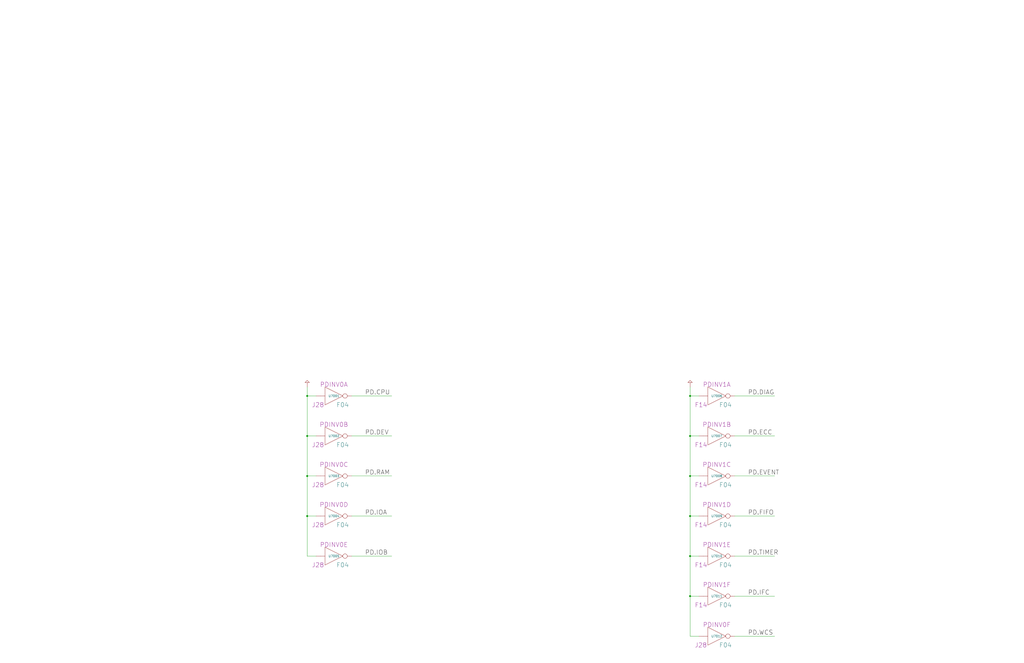
<source format=kicad_sch>
(kicad_sch (version 20230121) (generator eeschema)
  (paper "User" 584.2 378.46)
  (title_block (title "CLOCKS\\nPULLUPS / PULLDOWNS") (date "22-SEP-90") (rev "2.0") (comment 1 "IOC") (comment 2 "232-003061") (comment 3 "S400") (comment 4 "RELEASED"))
  (lib_symbols
    (symbol "r1000:F04" (pin_numbers hide) (pin_names hide)
      (property "Reference" "U" (at 0 0 0))
      (property "Value" "F04" (at 1.27 -5.08 0))
      (property "Location" "___" (at -12.7 -5.08 0))
      (property "Name" "______" (at 0 5.08 0))
      (symbol "F04_0_1"
        (polyline (pts (xy -7.62 0) (xy -5.08 0)) (stroke (width 0.1524)))
        (polyline (pts (xy -5.08 5.08) (xy -5.08 -5.08)) (stroke (width 0.1524)))
        (polyline (pts (xy 5.08 0) (xy -5.08 -5.08)) (stroke (width 0.1524)))
        (polyline (pts (xy 5.08 0) (xy -5.08 5.08)) (stroke (width 0.1524)))
        (circle (center 6.35 0) (radius 1.27) (stroke (width 0.1524)))
      )
      (symbol "F04_1_1"
        (pin input line (at -10.16 0 0) (length 2.54) (name "D0") (number "1"))
        (pin output line (at 10.16 0 180) (length 2.54) (name "Q") (number "2"))
      )
    )
    (symbol "r1000:PU" (power) (pin_numbers hide) (pin_names hide)
      (symbol "PU_0_1"
        (polyline (pts (xy 0 2.54) (xy -1.27 2.54) (xy 0 3.81) (xy 1.27 2.54) (xy 0 2.54)) (stroke (width 0.1524)))
      )
      (symbol "PU_1_1"
        (pin power_in line (at 0 0 90) (length 2.54) (name "PU") (number "1"))
      )
    )
  )
  (junction (at 175.26 294.64))
  (junction (at 175.26 271.78))
  (junction (at 393.7 226.06))
  (junction (at 175.26 226.06))
  (junction (at 393.7 294.64))
  (junction (at 393.7 340.36))
  (junction (at 175.26 248.92))
  (junction (at 393.7 317.5))
  (junction (at 393.7 271.78))
  (junction (at 393.7 248.92))
  (wire (pts (xy 393.7 294.64) (xy 393.7 317.5)))
  (wire (pts (xy 393.7 317.5) (xy 393.7 340.36)))
  (wire (pts (xy 175.26 271.78) (xy 180.34 271.78)))
  (wire (pts (xy 393.7 317.5) (xy 398.78 317.5)))
  (wire (pts (xy 175.26 271.78) (xy 175.26 248.92)))
  (wire (pts (xy 175.26 294.64) (xy 180.34 294.64)))
  (wire (pts (xy 175.26 294.64) (xy 175.26 271.78)))
  (wire (pts (xy 175.26 248.92) (xy 180.34 248.92)))
  (wire (pts (xy 393.7 340.36) (xy 398.78 340.36)))
  (wire (pts (xy 393.7 226.06) (xy 398.78 226.06)))
  (wire (pts (xy 393.7 271.78) (xy 398.78 271.78)))
  (wire (pts (xy 419.1 248.92) (xy 441.96 248.92)))
  (wire (pts (xy 419.1 317.5) (xy 441.96 317.5)))
  (wire (pts (xy 393.7 340.36) (xy 393.7 363.22)))
  (wire (pts (xy 393.7 220.98) (xy 393.7 226.06)))
  (wire (pts (xy 175.26 226.06) (xy 175.26 220.98)))
  (wire (pts (xy 393.7 294.64) (xy 398.78 294.64)))
  (wire (pts (xy 175.26 226.06) (xy 180.34 226.06)))
  (wire (pts (xy 393.7 226.06) (xy 393.7 248.92)))
  (wire (pts (xy 200.66 271.78) (xy 223.52 271.78)))
  (wire (pts (xy 419.1 363.22) (xy 441.96 363.22)))
  (wire (pts (xy 175.26 248.92) (xy 175.26 226.06)))
  (wire (pts (xy 393.7 271.78) (xy 393.7 294.64)))
  (wire (pts (xy 393.7 248.92) (xy 393.7 271.78)))
  (wire (pts (xy 393.7 248.92) (xy 398.78 248.92)))
  (wire (pts (xy 175.26 317.5) (xy 175.26 294.64)))
  (wire (pts (xy 419.1 294.64) (xy 441.96 294.64)))
  (wire (pts (xy 200.66 317.5) (xy 223.52 317.5)))
  (wire (pts (xy 200.66 294.64) (xy 223.52 294.64)))
  (wire (pts (xy 180.34 317.5) (xy 175.26 317.5)))
  (wire (pts (xy 200.66 226.06) (xy 223.52 226.06)))
  (wire (pts (xy 398.78 363.22) (xy 393.7 363.22)))
  (wire (pts (xy 419.1 271.78) (xy 441.96 271.78)))
  (wire (pts (xy 200.66 248.92) (xy 223.52 248.92)))
  (wire (pts (xy 419.1 226.06) (xy 441.96 226.06)))
  (wire (pts (xy 419.1 340.36) (xy 441.96 340.36)))
  (label "PD.IOB" (at 208.28 317.5 0) (effects (font (size 2.54 2.54))))
  (label "PD.RAM" (at 208.28 271.78 0) (effects (font (size 2.54 2.54))))
  (label "PD.CPU" (at 208.28 226.06 0) (effects (font (size 2.54 2.54))))
  (label "PD.DIAG" (at 426.72 226.06 0) (effects (font (size 2.54 2.54))))
  (label "PD.EVENT" (at 426.72 271.78 0) (effects (font (size 2.54 2.54))))
  (label "PD.IFC" (at 426.72 340.36 0) (effects (font (size 2.54 2.54))))
  (label "PD.IOA" (at 208.28 294.64 0) (effects (font (size 2.54 2.54))))
  (label "PD.WCS" (at 426.72 363.22 0) (effects (font (size 2.54 2.54))))
  (label "PD.ECC" (at 426.72 248.92 0) (effects (font (size 2.54 2.54))))
  (label "PD.FIFO" (at 426.72 294.64 0) (effects (font (size 2.54 2.54))))
  (label "PD.TIMER" (at 426.72 317.5 0) (effects (font (size 2.54 2.54))))
  (label "PD.DEV" (at 208.28 248.92 0) (effects (font (size 2.54 2.54))))
  (symbol (lib_id "r1000:F04") (at 190.5 226.06 0) (unit 1)
    (property "Reference" "U7001" (at 190.5 226.06 0))
    (property "Value" "F04" (at 191.77 231.14 0) (effects (font (size 2.54 2.54)) (justify left)))
    (property "Location" "J28" (at 177.8 231.14 0) (effects (font (size 2.54 2.54)) (justify left)))
    (property "Name" "PDINV0A" (at 190.5 220.98 0) (effects (font (size 2.54 2.54)) (justify bottom)))
  )
  (symbol (lib_id "r1000:F04") (at 408.94 363.22 0) (unit 1)
    (property "Reference" "U7012" (at 408.94 363.22 0))
    (property "Value" "F04" (at 410.21 368.3 0) (effects (font (size 2.54 2.54)) (justify left)))
    (property "Location" "J28" (at 396.24 368.3 0) (effects (font (size 2.54 2.54)) (justify left)))
    (property "Name" "PDINV0F" (at 408.94 358.14 0) (effects (font (size 2.54 2.54)) (justify bottom)))
  )
  (symbol (lib_id "r1000:PU") (at 175.26 220.98 0) (unit 1)
    (property "Reference" "#PWR07001" (effects hide))
    (property "Value" "PU" (effects hide))
  )
  (symbol (lib_id "r1000:F04") (at 190.5 317.5 0) (unit 1)
    (property "Reference" "U7005" (at 190.5 317.5 0))
    (property "Value" "F04" (at 191.77 322.58 0) (effects (font (size 2.54 2.54)) (justify left)))
    (property "Location" "J28" (at 177.8 322.58 0) (effects (font (size 2.54 2.54)) (justify left)))
    (property "Name" "PDINV0E" (at 190.5 312.42 0) (effects (font (size 2.54 2.54)) (justify bottom)))
  )
  (symbol (lib_id "r1000:F04") (at 408.94 226.06 0) (unit 1)
    (property "Reference" "U7006" (at 408.94 226.06 0))
    (property "Value" "F04" (at 410.21 231.14 0) (effects (font (size 2.54 2.54)) (justify left)))
    (property "Location" "F14" (at 396.24 231.14 0) (effects (font (size 2.54 2.54)) (justify left)))
    (property "Name" "PDINV1A" (at 408.94 220.98 0) (effects (font (size 2.54 2.54)) (justify bottom)))
  )
  (symbol (lib_id "r1000:F04") (at 190.5 271.78 0) (unit 1)
    (property "Reference" "U7003" (at 190.5 271.78 0))
    (property "Value" "F04" (at 191.77 276.86 0) (effects (font (size 2.54 2.54)) (justify left)))
    (property "Location" "J28" (at 177.8 276.86 0) (effects (font (size 2.54 2.54)) (justify left)))
    (property "Name" "PDINV0C" (at 190.5 266.7 0) (effects (font (size 2.54 2.54)) (justify bottom)))
  )
  (symbol (lib_id "r1000:F04") (at 408.94 340.36 0) (unit 1)
    (property "Reference" "U7011" (at 408.94 340.36 0))
    (property "Value" "F04" (at 410.21 345.44 0) (effects (font (size 2.54 2.54)) (justify left)))
    (property "Location" "F14" (at 396.24 345.44 0) (effects (font (size 2.54 2.54)) (justify left)))
    (property "Name" "PDINV1F" (at 408.94 335.28 0) (effects (font (size 2.54 2.54)) (justify bottom)))
  )
  (symbol (lib_id "r1000:F04") (at 190.5 248.92 0) (unit 1)
    (property "Reference" "U7002" (at 190.5 248.92 0))
    (property "Value" "F04" (at 191.77 254 0) (effects (font (size 2.54 2.54)) (justify left)))
    (property "Location" "J28" (at 177.8 254 0) (effects (font (size 2.54 2.54)) (justify left)))
    (property "Name" "PDINV0B" (at 190.5 243.84 0) (effects (font (size 2.54 2.54)) (justify bottom)))
  )
  (symbol (lib_id "r1000:F04") (at 408.94 271.78 0) (unit 1)
    (property "Reference" "U7008" (at 408.94 271.78 0))
    (property "Value" "F04" (at 410.21 276.86 0) (effects (font (size 2.54 2.54)) (justify left)))
    (property "Location" "F14" (at 396.24 276.86 0) (effects (font (size 2.54 2.54)) (justify left)))
    (property "Name" "PDINV1C" (at 408.94 266.7 0) (effects (font (size 2.54 2.54)) (justify bottom)))
  )
  (symbol (lib_id "r1000:PU") (at 393.7 220.98 0) (unit 1)
    (property "Reference" "#PWR07002" (effects hide))
    (property "Value" "PU" (effects hide))
  )
  (symbol (lib_id "r1000:F04") (at 190.5 294.64 0) (unit 1)
    (property "Reference" "U7004" (at 190.5 294.64 0))
    (property "Value" "F04" (at 191.77 299.72 0) (effects (font (size 2.54 2.54)) (justify left)))
    (property "Location" "J28" (at 177.8 299.72 0) (effects (font (size 2.54 2.54)) (justify left)))
    (property "Name" "PDINV0D" (at 190.5 289.56 0) (effects (font (size 2.54 2.54)) (justify bottom)))
  )
  (symbol (lib_id "r1000:F04") (at 408.94 248.92 0) (unit 1)
    (property "Reference" "U7007" (at 408.94 248.92 0))
    (property "Value" "F04" (at 410.21 254 0) (effects (font (size 2.54 2.54)) (justify left)))
    (property "Location" "F14" (at 396.24 254 0) (effects (font (size 2.54 2.54)) (justify left)))
    (property "Name" "PDINV1B" (at 408.94 243.84 0) (effects (font (size 2.54 2.54)) (justify bottom)))
  )
  (symbol (lib_id "r1000:F04") (at 408.94 294.64 0) (unit 1)
    (property "Reference" "U7009" (at 408.94 294.64 0))
    (property "Value" "F04" (at 410.21 299.72 0) (effects (font (size 2.54 2.54)) (justify left)))
    (property "Location" "F14" (at 396.24 299.72 0) (effects (font (size 2.54 2.54)) (justify left)))
    (property "Name" "PDINV1D" (at 408.94 289.56 0) (effects (font (size 2.54 2.54)) (justify bottom)))
  )
  (symbol (lib_id "r1000:F04") (at 408.94 317.5 0) (unit 1)
    (property "Reference" "U7010" (at 408.94 317.5 0))
    (property "Value" "F04" (at 410.21 322.58 0) (effects (font (size 2.54 2.54)) (justify left)))
    (property "Location" "F14" (at 396.24 322.58 0) (effects (font (size 2.54 2.54)) (justify left)))
    (property "Name" "PDINV1E" (at 408.94 312.42 0) (effects (font (size 2.54 2.54)) (justify bottom)))
  )
)
</source>
